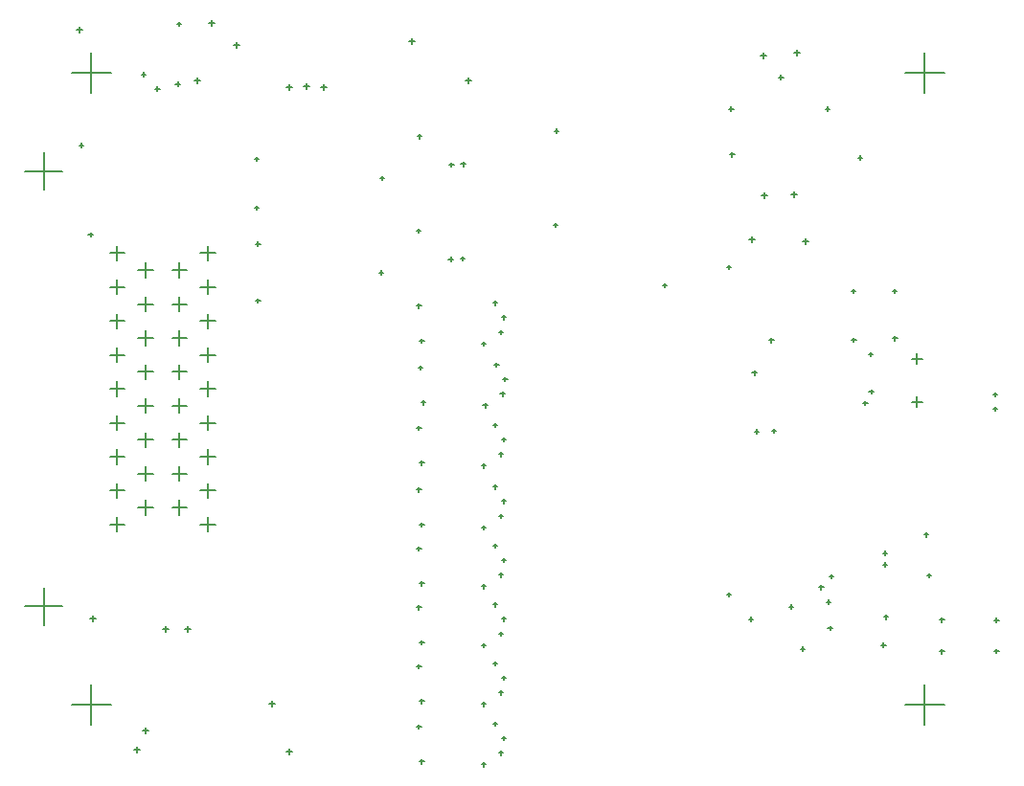
<source format=gbr>
%TF.GenerationSoftware,Altium Limited,Altium Designer,19.0.10 (269)*%
G04 Layer_Color=128*
%FSLAX26Y26*%
%MOIN*%
%TF.FileFunction,Drillmap*%
%TF.Part,Single*%
G01*
G75*
%TA.AperFunction,NonConductor*%
%ADD104C,0.005000*%
D104*
X3153543Y1355000D02*
X3192913D01*
X3173228Y1335315D02*
Y1374685D01*
X3153543Y1505000D02*
X3192913D01*
X3173228Y1485315D02*
Y1524685D01*
X231102Y300000D02*
X368898D01*
X300000Y231102D02*
Y368898D01*
X231102Y2500000D02*
X368898D01*
X300000Y2431102D02*
Y2568898D01*
X3131102Y300000D02*
X3268898D01*
X3200000Y231102D02*
Y368898D01*
X3131102Y2500000D02*
X3268898D01*
X3200000Y2431102D02*
Y2568898D01*
X462835Y1695276D02*
X514016D01*
X488425Y1669685D02*
Y1720866D01*
X462835Y1813386D02*
X514016D01*
X488425Y1787795D02*
Y1838976D01*
X462835Y986614D02*
X514016D01*
X488425Y961024D02*
Y1012205D01*
X580945Y986614D02*
X632126D01*
X606535Y961024D02*
Y1012205D01*
X69134Y642126D02*
X199055D01*
X134095Y577165D02*
Y707087D01*
X69134Y2157874D02*
X199055D01*
X134095Y2092913D02*
Y2222835D01*
X364409Y1872441D02*
X415591D01*
X390000Y1846850D02*
Y1898031D01*
X364409Y1754331D02*
X415591D01*
X390000Y1728740D02*
Y1779921D01*
X364409Y1636220D02*
X415591D01*
X390000Y1610630D02*
Y1661811D01*
X364409Y1518110D02*
X415591D01*
X390000Y1492520D02*
Y1543701D01*
X364409Y1400000D02*
X415591D01*
X390000Y1374409D02*
Y1425591D01*
X364409Y1281890D02*
X415591D01*
X390000Y1256299D02*
Y1307480D01*
X364409Y1163780D02*
X415591D01*
X390000Y1138189D02*
Y1189370D01*
X364409Y1045669D02*
X415591D01*
X390000Y1020079D02*
Y1071260D01*
X364409Y927559D02*
X415591D01*
X390000Y901968D02*
Y953149D01*
X462835Y1577165D02*
X514016D01*
X488425Y1551575D02*
Y1602756D01*
X462835Y1459055D02*
X514016D01*
X488425Y1433465D02*
Y1484646D01*
X462835Y1340945D02*
X514016D01*
X488425Y1315354D02*
Y1366535D01*
X462835Y1222835D02*
X514016D01*
X488425Y1197244D02*
Y1248425D01*
X462835Y1104724D02*
X514016D01*
X488425Y1079134D02*
Y1130315D01*
X580945Y1813386D02*
X632126D01*
X606535Y1787795D02*
Y1838976D01*
X580945Y1695276D02*
X632126D01*
X606535Y1669685D02*
Y1720866D01*
X580945Y1577165D02*
X632126D01*
X606535Y1551575D02*
Y1602756D01*
X580945Y1459055D02*
X632126D01*
X606535Y1433465D02*
Y1484646D01*
X580945Y1340945D02*
X632126D01*
X606535Y1315354D02*
Y1366535D01*
X580945Y1222835D02*
X632126D01*
X606535Y1197244D02*
Y1248425D01*
X580945Y1104724D02*
X632126D01*
X606535Y1079134D02*
Y1130315D01*
X679370Y1872441D02*
X730551D01*
X704961Y1846850D02*
Y1898031D01*
X679370Y1754331D02*
X730551D01*
X704961Y1728740D02*
Y1779921D01*
X679370Y1636220D02*
X730551D01*
X704961Y1610630D02*
Y1661811D01*
X679370Y1518110D02*
X730551D01*
X704961Y1492520D02*
Y1543701D01*
X679370Y1400000D02*
X730551D01*
X704961Y1374409D02*
Y1425591D01*
X679370Y1281890D02*
X730551D01*
X704961Y1256299D02*
Y1307480D01*
X679370Y1163780D02*
X730551D01*
X704961Y1138189D02*
Y1189370D01*
X679370Y1045669D02*
X730551D01*
X704961Y1020079D02*
Y1071260D01*
X679370Y927559D02*
X730551D01*
X704961Y901968D02*
Y953149D01*
X290103Y1937224D02*
X305103D01*
X297603Y1929724D02*
Y1944724D01*
X3437500Y1330000D02*
X3452500D01*
X3445000Y1322500D02*
Y1337500D01*
X3437500Y1380787D02*
X3452500D01*
X3445000Y1373287D02*
Y1388287D01*
X2667500Y1252835D02*
X2682500D01*
X2675000Y1245335D02*
Y1260335D01*
X2607598Y1251929D02*
X2622598D01*
X2615098Y1244429D02*
Y1259429D01*
X3088957Y1575740D02*
X3103957D01*
X3096457Y1568240D02*
Y1583240D01*
X2767500Y495000D02*
X2782500D01*
X2775000Y487500D02*
Y502500D01*
X2967500Y2205000D02*
X2982500D01*
X2975000Y2197500D02*
Y2212500D01*
X2522500Y2215736D02*
X2537500D01*
X2530000Y2208236D02*
Y2223236D01*
X2692500Y2485000D02*
X2707500D01*
X2700000Y2477500D02*
Y2492500D01*
X2627014Y2561829D02*
X2647014D01*
X2637014Y2551829D02*
Y2571829D01*
X2745000Y2570000D02*
X2765000D01*
X2755000Y2560000D02*
Y2580000D01*
X2632919Y2075000D02*
X2652919D01*
X2642919Y2065000D02*
Y2085000D01*
X2734727Y2076266D02*
X2754727D01*
X2744727Y2066266D02*
Y2086266D01*
X2774652Y1913701D02*
X2794652D01*
X2784652Y1903701D02*
Y1923701D01*
X2590000Y1920000D02*
X2610000D01*
X2600000Y1910000D02*
Y1930000D01*
X1601104Y2473445D02*
X1621104D01*
X1611104Y2463445D02*
Y2483445D01*
X295000Y600000D02*
X315000D01*
X305000Y590000D02*
Y610000D01*
X980000Y137126D02*
X1000000D01*
X990000Y127126D02*
Y147126D01*
X920000Y302122D02*
X940000D01*
X930000Y292122D02*
Y312122D01*
X450000Y145000D02*
X470000D01*
X460000Y135000D02*
Y155000D01*
X480000Y210941D02*
X500000D01*
X490000Y200941D02*
Y220941D01*
X867500Y2200000D02*
X882500D01*
X875000Y2192500D02*
Y2207500D01*
X867500Y2031074D02*
X882500D01*
X875000Y2023574D02*
Y2038574D01*
X872500Y1905000D02*
X887500D01*
X880000Y1897500D02*
Y1912500D01*
X872500Y1707747D02*
X887500D01*
X880000Y1700247D02*
Y1715247D01*
X550000Y564457D02*
X570000D01*
X560000Y554457D02*
Y574457D01*
X625000Y564457D02*
X645000D01*
X635000Y554457D02*
Y574457D01*
X1403852Y2610000D02*
X1423852D01*
X1413852Y2600000D02*
Y2620000D01*
X1545269Y2180224D02*
X1560269D01*
X1552769Y2172724D02*
Y2187724D01*
X1303608Y2133059D02*
X1318608D01*
X1311108Y2125559D02*
Y2140559D01*
X1910188Y2298559D02*
X1925188D01*
X1917688Y2291059D02*
Y2306059D01*
X1433822Y2279319D02*
X1448822D01*
X1441322Y2271819D02*
Y2286819D01*
X1907718Y1970000D02*
X1922718D01*
X1915218Y1962500D02*
Y1977500D01*
X1586093Y2182153D02*
X1601093D01*
X1593593Y2174653D02*
Y2189653D01*
X1432500Y1689361D02*
X1447500D01*
X1440000Y1681861D02*
Y1696861D01*
X1442500Y1567594D02*
X1457500D01*
X1450000Y1560094D02*
Y1575094D01*
X1697500Y1699361D02*
X1712500D01*
X1705000Y1691861D02*
Y1706861D01*
X1658013Y1557122D02*
X1673013D01*
X1665513Y1549622D02*
Y1564622D01*
X1727192Y1649367D02*
X1742192D01*
X1734692Y1641867D02*
Y1656867D01*
X1718013Y1597052D02*
X1733013D01*
X1725513Y1589552D02*
Y1604552D01*
X1437500Y1474361D02*
X1452500D01*
X1445000Y1466861D02*
Y1481861D01*
X1447500Y1352594D02*
X1462500D01*
X1455000Y1345094D02*
Y1360094D01*
X1702500Y1484361D02*
X1717500D01*
X1710000Y1476861D02*
Y1491861D01*
X1663013Y1342122D02*
X1678013D01*
X1670513Y1334622D02*
Y1349622D01*
X1732192Y1434367D02*
X1747192D01*
X1739692Y1426867D02*
Y1441867D01*
X1723013Y1382052D02*
X1738013D01*
X1730513Y1374552D02*
Y1389552D01*
X1432500Y1264361D02*
X1447500D01*
X1440000Y1256861D02*
Y1271861D01*
X1442500Y1142594D02*
X1457500D01*
X1450000Y1135094D02*
Y1150094D01*
X1697500Y1274361D02*
X1712500D01*
X1705000Y1266861D02*
Y1281861D01*
X1658013Y1132122D02*
X1673013D01*
X1665513Y1124622D02*
Y1139622D01*
X1727192Y1224367D02*
X1742192D01*
X1734692Y1216867D02*
Y1231867D01*
X1718013Y1172052D02*
X1733013D01*
X1725513Y1164552D02*
Y1179552D01*
X1432500Y1049361D02*
X1447500D01*
X1440000Y1041861D02*
Y1056861D01*
X1442500Y927594D02*
X1457500D01*
X1450000Y920094D02*
Y935094D01*
X1697500Y1059361D02*
X1712500D01*
X1705000Y1051861D02*
Y1066861D01*
X1658013Y917122D02*
X1673013D01*
X1665513Y909622D02*
Y924622D01*
X1727192Y1009367D02*
X1742192D01*
X1734692Y1001867D02*
Y1016867D01*
X1718013Y957052D02*
X1733013D01*
X1725513Y949552D02*
Y964552D01*
X1432500Y844361D02*
X1447500D01*
X1440000Y836861D02*
Y851861D01*
X1442500Y722594D02*
X1457500D01*
X1450000Y715094D02*
Y730094D01*
X1697500Y854361D02*
X1712500D01*
X1705000Y846861D02*
Y861861D01*
X1658013Y712122D02*
X1673013D01*
X1665513Y704622D02*
Y719622D01*
X1727192Y804367D02*
X1742192D01*
X1734692Y796867D02*
Y811867D01*
X1718013Y752052D02*
X1733013D01*
X1725513Y744552D02*
Y759552D01*
X1432500Y639361D02*
X1447500D01*
X1440000Y631861D02*
Y646861D01*
X1442500Y517594D02*
X1457500D01*
X1450000Y510094D02*
Y525094D01*
X1697500Y649361D02*
X1712500D01*
X1705000Y641861D02*
Y656861D01*
X1658013Y507122D02*
X1673013D01*
X1665513Y499622D02*
Y514622D01*
X1727192Y599367D02*
X1742192D01*
X1734692Y591867D02*
Y606867D01*
X1718013Y547052D02*
X1733013D01*
X1725513Y539552D02*
Y554552D01*
X1432500Y434361D02*
X1447500D01*
X1440000Y426861D02*
Y441861D01*
X1442500Y312594D02*
X1457500D01*
X1450000Y305094D02*
Y320094D01*
X1697500Y444361D02*
X1712500D01*
X1705000Y436861D02*
Y451861D01*
X1658013Y302122D02*
X1673013D01*
X1665513Y294622D02*
Y309622D01*
X1727192Y394367D02*
X1742192D01*
X1734692Y386867D02*
Y401867D01*
X1718013Y342052D02*
X1733013D01*
X1725513Y334552D02*
Y349552D01*
X710000Y2675000D02*
X730000D01*
X720000Y2665000D02*
Y2685000D01*
X795000Y2597397D02*
X815000D01*
X805000Y2587397D02*
Y2607397D01*
X657912Y2475000D02*
X677912D01*
X667912Y2465000D02*
Y2485000D01*
X596853Y2670508D02*
X611853D01*
X604353Y2663008D02*
Y2678008D01*
X522500Y2445000D02*
X537500D01*
X530000Y2437500D02*
Y2452500D01*
X250000Y2649212D02*
X270000D01*
X260000Y2639212D02*
Y2659212D01*
X2511721Y683264D02*
X2526721D01*
X2519221Y675764D02*
Y690764D01*
X2599986Y1455351D02*
X2614986D01*
X2607486Y1447851D02*
Y1462851D01*
X257500Y2248006D02*
X272500D01*
X265000Y2240506D02*
Y2255506D01*
X2862912Y566448D02*
X2877912D01*
X2870412Y558948D02*
Y573948D01*
X2727500Y641457D02*
X2742500D01*
X2735000Y633957D02*
Y648957D01*
X2857500Y658228D02*
X2872500D01*
X2865000Y650728D02*
Y665728D01*
X2867500Y746385D02*
X2882500D01*
X2875000Y738885D02*
Y753885D01*
X3197500Y892360D02*
X3212500D01*
X3205000Y884860D02*
Y899860D01*
X1097776Y2448661D02*
X1117776D01*
X1107776Y2438661D02*
Y2458661D01*
X1037776Y2453661D02*
X1057776D01*
X1047776Y2443661D02*
Y2463661D01*
X977776Y2448661D02*
X997776D01*
X987776Y2438661D02*
Y2458661D01*
X1301138Y1804500D02*
X1316138D01*
X1308638Y1797000D02*
Y1812000D01*
X1542799Y1851665D02*
X1557799D01*
X1550299Y1844165D02*
Y1859165D01*
X592805Y2461925D02*
X607805D01*
X600305Y2454425D02*
Y2469425D01*
X1431352Y1950759D02*
X1446352D01*
X1438852Y1943259D02*
Y1958259D01*
X2287500Y1759966D02*
X2302500D01*
X2295000Y1752466D02*
Y1767466D01*
X2511721Y1823969D02*
X2526721D01*
X2519221Y1816469D02*
Y1831469D01*
X3048559Y507911D02*
X3063559D01*
X3056059Y500411D02*
Y515411D01*
X3057500Y606025D02*
X3072500D01*
X3065000Y598525D02*
Y613525D01*
X3252500Y595509D02*
X3267500D01*
X3260000Y588009D02*
Y603009D01*
X3252500Y485768D02*
X3267500D01*
X3260000Y478268D02*
Y493268D01*
X3442500Y486257D02*
X3457500D01*
X3450000Y478757D02*
Y493757D01*
X3442500Y595000D02*
X3457500D01*
X3450000Y587500D02*
Y602500D01*
X2587500Y598225D02*
X2602500D01*
X2595000Y590725D02*
Y605725D01*
X474823Y2495000D02*
X489823D01*
X482323Y2487500D02*
Y2502500D01*
X1727192Y184367D02*
X1742192D01*
X1734692Y176867D02*
Y191867D01*
X3087146Y1740827D02*
X3102146D01*
X3094646Y1733327D02*
Y1748327D01*
X2944012Y1740827D02*
X2959012D01*
X2951512Y1733327D02*
Y1748327D01*
X1697500Y234361D02*
X1712500D01*
X1705000Y226861D02*
Y241861D01*
X1442500Y102594D02*
X1457500D01*
X1450000Y95094D02*
Y110094D01*
X1432500Y224361D02*
X1447500D01*
X1440000Y216861D02*
Y231861D01*
X1658013Y92122D02*
X1673013D01*
X1665513Y84622D02*
Y99622D01*
X1718013Y132052D02*
X1733013D01*
X1725513Y124552D02*
Y139552D01*
X3207500Y750397D02*
X3222500D01*
X3215000Y742897D02*
Y757897D01*
X2832106Y708901D02*
X2847106D01*
X2839606Y701401D02*
Y716401D01*
X2659042Y1568775D02*
X2674042D01*
X2666542Y1561275D02*
Y1576275D01*
X3004467Y1520472D02*
X3019467D01*
X3011967Y1512972D02*
Y1527972D01*
X3006201Y1390472D02*
X3021201D01*
X3013701Y1382972D02*
Y1397972D01*
X2945728Y1570472D02*
X2960728D01*
X2953228Y1562972D02*
Y1577972D01*
X2985728Y1350472D02*
X3000728D01*
X2993228Y1342972D02*
Y1357972D01*
X1583624Y1853594D02*
X1598624D01*
X1591124Y1846094D02*
Y1861094D01*
X3053971Y828023D02*
X3068971D01*
X3061471Y820523D02*
Y835523D01*
X3053971Y788023D02*
X3068971D01*
X3061471Y780523D02*
Y795523D01*
X2519157Y2375163D02*
X2534157D01*
X2526657Y2367663D02*
Y2382663D01*
X2854157Y2375163D02*
X2869157D01*
X2861657Y2367663D02*
Y2382663D01*
%TF.MD5,ddc6f867646f01e1b4811e9c0606051e*%
M02*

</source>
